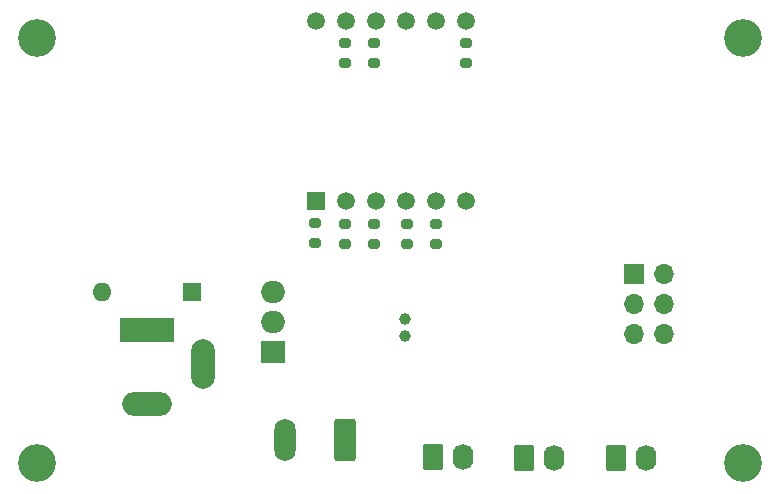
<source format=gbr>
%TF.GenerationSoftware,KiCad,Pcbnew,8.0.6*%
%TF.CreationDate,2024-11-25T15:37:35+03:30*%
%TF.ProjectId,AlarmClock,416c6172-6d43-46c6-9f63-6b2e6b696361,rev?*%
%TF.SameCoordinates,Original*%
%TF.FileFunction,Soldermask,Bot*%
%TF.FilePolarity,Negative*%
%FSLAX46Y46*%
G04 Gerber Fmt 4.6, Leading zero omitted, Abs format (unit mm)*
G04 Created by KiCad (PCBNEW 8.0.6) date 2024-11-25 15:37:35*
%MOMM*%
%LPD*%
G01*
G04 APERTURE LIST*
G04 Aperture macros list*
%AMRoundRect*
0 Rectangle with rounded corners*
0 $1 Rounding radius*
0 $2 $3 $4 $5 $6 $7 $8 $9 X,Y pos of 4 corners*
0 Add a 4 corners polygon primitive as box body*
4,1,4,$2,$3,$4,$5,$6,$7,$8,$9,$2,$3,0*
0 Add four circle primitives for the rounded corners*
1,1,$1+$1,$2,$3*
1,1,$1+$1,$4,$5*
1,1,$1+$1,$6,$7*
1,1,$1+$1,$8,$9*
0 Add four rect primitives between the rounded corners*
20,1,$1+$1,$2,$3,$4,$5,0*
20,1,$1+$1,$4,$5,$6,$7,0*
20,1,$1+$1,$6,$7,$8,$9,0*
20,1,$1+$1,$8,$9,$2,$3,0*%
G04 Aperture macros list end*
%ADD10R,1.700000X1.700000*%
%ADD11O,1.700000X1.700000*%
%ADD12R,4.600000X2.000000*%
%ADD13O,4.200000X2.000000*%
%ADD14O,2.000000X4.200000*%
%ADD15R,1.600000X1.600000*%
%ADD16O,1.600000X1.600000*%
%ADD17RoundRect,0.250000X-0.620000X-0.845000X0.620000X-0.845000X0.620000X0.845000X-0.620000X0.845000X0*%
%ADD18O,1.740000X2.190000*%
%ADD19C,3.200000*%
%ADD20R,1.500000X1.500000*%
%ADD21C,1.500000*%
%ADD22RoundRect,0.250000X0.650000X1.550000X-0.650000X1.550000X-0.650000X-1.550000X0.650000X-1.550000X0*%
%ADD23O,1.800000X3.600000*%
%ADD24C,1.000000*%
%ADD25R,2.000000X1.905000*%
%ADD26O,2.000000X1.905000*%
%ADD27RoundRect,0.200000X0.275000X-0.200000X0.275000X0.200000X-0.275000X0.200000X-0.275000X-0.200000X0*%
G04 APERTURE END LIST*
D10*
%TO.C,J3*%
X135000000Y-104475000D03*
D11*
X137540000Y-104475000D03*
X135000000Y-107015000D03*
X137540000Y-107015000D03*
X135000000Y-109555000D03*
X137540000Y-109555000D03*
%TD*%
D12*
%TO.C,J1*%
X93750000Y-109200000D03*
D13*
X93750000Y-115500000D03*
D14*
X98550000Y-112100000D03*
%TD*%
D15*
%TO.C,D2*%
X97560000Y-106000000D03*
D16*
X89940000Y-106000000D03*
%TD*%
D17*
%TO.C,SW1*%
X117960000Y-120000000D03*
D18*
X120500000Y-120000000D03*
%TD*%
D19*
%TO.C,REF\u002A\u002A*%
X144250000Y-84500000D03*
%TD*%
D20*
%TO.C,U5*%
X108050000Y-98250000D03*
D21*
X110590000Y-98250000D03*
X113130000Y-98250000D03*
X115670000Y-98250000D03*
X118210000Y-98250000D03*
X120750000Y-98250000D03*
X120750000Y-83010000D03*
X118210000Y-83010000D03*
X115670000Y-83010000D03*
X113130000Y-83010000D03*
X110590000Y-83010000D03*
X108050000Y-83010000D03*
%TD*%
D19*
%TO.C,REF\u002A\u002A*%
X84500000Y-120500000D03*
%TD*%
D22*
%TO.C,J2*%
X110500000Y-118500000D03*
D23*
X105420000Y-118500000D03*
%TD*%
D19*
%TO.C,REF\u002A\u002A*%
X144250000Y-120500000D03*
%TD*%
%TO.C,REF\u002A\u002A*%
X84500000Y-84500000D03*
%TD*%
D17*
%TO.C,SW2*%
X125730000Y-120020000D03*
D18*
X128270000Y-120020000D03*
%TD*%
D24*
%TO.C,Y1*%
X115600000Y-109750000D03*
X115600000Y-108250000D03*
%TD*%
D17*
%TO.C,SW3*%
X133500000Y-120020000D03*
D18*
X136040000Y-120020000D03*
%TD*%
D25*
%TO.C,U2*%
X104445000Y-111040000D03*
D26*
X104445000Y-108500000D03*
X104445000Y-105960000D03*
%TD*%
D27*
%TO.C,R10*%
X110500000Y-86575000D03*
X110500000Y-84925000D03*
%TD*%
%TO.C,R16*%
X118250000Y-100250000D03*
X118250000Y-101900000D03*
%TD*%
%TO.C,R13*%
X110500000Y-101900000D03*
X110500000Y-100250000D03*
%TD*%
%TO.C,R15*%
X113000000Y-86575000D03*
X113000000Y-84925000D03*
%TD*%
%TO.C,R12*%
X115750000Y-100250000D03*
X115750000Y-101900000D03*
%TD*%
%TO.C,R11*%
X120750000Y-86575000D03*
X120750000Y-84925000D03*
%TD*%
%TO.C,R17*%
X113030000Y-101900000D03*
X113030000Y-100250000D03*
%TD*%
%TO.C,R14*%
X108000000Y-101825000D03*
X108000000Y-100175000D03*
%TD*%
M02*

</source>
